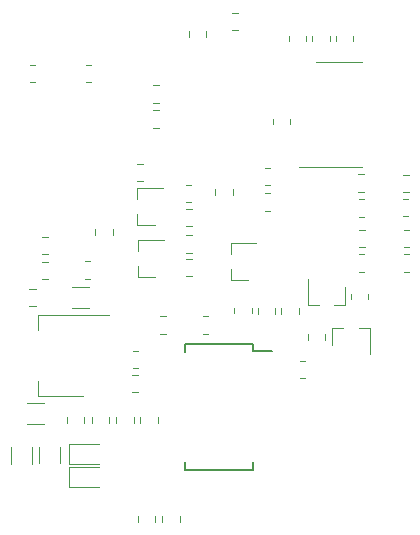
<source format=gbr>
G04 #@! TF.GenerationSoftware,KiCad,Pcbnew,(5.1.7)-1*
G04 #@! TF.CreationDate,2020-12-20T16:40:33+01:00*
G04 #@! TF.ProjectId,uart_flash_pcb,75617274-5f66-46c6-9173-685f7063622e,rev?*
G04 #@! TF.SameCoordinates,Original*
G04 #@! TF.FileFunction,Legend,Bot*
G04 #@! TF.FilePolarity,Positive*
%FSLAX46Y46*%
G04 Gerber Fmt 4.6, Leading zero omitted, Abs format (unit mm)*
G04 Created by KiCad (PCBNEW (5.1.7)-1) date 2020-12-20 16:40:33*
%MOMM*%
%LPD*%
G01*
G04 APERTURE LIST*
%ADD10C,0.120000*%
%ADD11C,0.150000*%
G04 APERTURE END LIST*
D10*
X120401252Y-73175000D02*
X119878748Y-73175000D01*
X120401252Y-71705000D02*
X119878748Y-71705000D01*
X112885000Y-83032936D02*
X112885000Y-83487064D01*
X111415000Y-83032936D02*
X111415000Y-83487064D01*
X118320000Y-71045000D02*
X114870000Y-71045000D01*
X118320000Y-71045000D02*
X120270000Y-71045000D01*
X118320000Y-62175000D02*
X116370000Y-62175000D01*
X118320000Y-62175000D02*
X120270000Y-62175000D01*
D11*
X111035000Y-86660000D02*
X112635000Y-86660000D01*
X111035000Y-96735000D02*
X105285000Y-96735000D01*
X111035000Y-86085000D02*
X105285000Y-86085000D01*
X111035000Y-96735000D02*
X111035000Y-96085000D01*
X105285000Y-96735000D02*
X105285000Y-96085000D01*
X105285000Y-86085000D02*
X105285000Y-86735000D01*
X111035000Y-86085000D02*
X111035000Y-86660000D01*
D10*
X98850000Y-83640000D02*
X92840000Y-83640000D01*
X96600000Y-90460000D02*
X92840000Y-90460000D01*
X92840000Y-83640000D02*
X92840000Y-84900000D01*
X92840000Y-90460000D02*
X92840000Y-89200000D01*
X115675000Y-85707064D02*
X115675000Y-85252936D01*
X117145000Y-85707064D02*
X117145000Y-85252936D01*
X120755000Y-81792936D02*
X120755000Y-82247064D01*
X119285000Y-81792936D02*
X119285000Y-82247064D01*
X124177064Y-75245000D02*
X123722936Y-75245000D01*
X124177064Y-73775000D02*
X123722936Y-73775000D01*
X119952936Y-73805000D02*
X120407064Y-73805000D01*
X119952936Y-75275000D02*
X120407064Y-75275000D01*
X123792936Y-78475000D02*
X124247064Y-78475000D01*
X123792936Y-79945000D02*
X124247064Y-79945000D01*
X123782936Y-76405000D02*
X124237064Y-76405000D01*
X123782936Y-77875000D02*
X124237064Y-77875000D01*
X120427064Y-79945000D02*
X119972936Y-79945000D01*
X120427064Y-78475000D02*
X119972936Y-78475000D01*
X120457064Y-77875000D02*
X120002936Y-77875000D01*
X120457064Y-76405000D02*
X120002936Y-76405000D01*
X112022936Y-73315000D02*
X112477064Y-73315000D01*
X112022936Y-74785000D02*
X112477064Y-74785000D01*
X112012936Y-71135000D02*
X112467064Y-71135000D01*
X112012936Y-72605000D02*
X112467064Y-72605000D01*
X109252936Y-58035000D02*
X109707064Y-58035000D01*
X109252936Y-59505000D02*
X109707064Y-59505000D01*
X105585000Y-60047064D02*
X105585000Y-59592936D01*
X107055000Y-60047064D02*
X107055000Y-59592936D01*
X107227064Y-85195000D02*
X106772936Y-85195000D01*
X107227064Y-83725000D02*
X106772936Y-83725000D01*
X114045000Y-60427064D02*
X114045000Y-59972936D01*
X115515000Y-60427064D02*
X115515000Y-59972936D01*
X105362936Y-78835000D02*
X105817064Y-78835000D01*
X105362936Y-80305000D02*
X105817064Y-80305000D01*
X100802936Y-88685000D02*
X101257064Y-88685000D01*
X100802936Y-90155000D02*
X101257064Y-90155000D01*
X105362936Y-76855000D02*
X105817064Y-76855000D01*
X105362936Y-78325000D02*
X105817064Y-78325000D01*
X96752936Y-79065000D02*
X97207064Y-79065000D01*
X96752936Y-80535000D02*
X97207064Y-80535000D01*
X100832936Y-86635000D02*
X101287064Y-86635000D01*
X100832936Y-88105000D02*
X101287064Y-88105000D01*
X117515000Y-59972936D02*
X117515000Y-60427064D01*
X116045000Y-59972936D02*
X116045000Y-60427064D01*
X103617064Y-85190000D02*
X103162936Y-85190000D01*
X103617064Y-83720000D02*
X103162936Y-83720000D01*
X118045000Y-60427064D02*
X118045000Y-59972936D01*
X119515000Y-60427064D02*
X119515000Y-59972936D01*
X102745000Y-100642936D02*
X102745000Y-101097064D01*
X101275000Y-100642936D02*
X101275000Y-101097064D01*
X104795000Y-100642936D02*
X104795000Y-101097064D01*
X103325000Y-100642936D02*
X103325000Y-101097064D01*
X115457064Y-88955000D02*
X115002936Y-88955000D01*
X115457064Y-87485000D02*
X115002936Y-87485000D01*
X105342936Y-72565000D02*
X105797064Y-72565000D01*
X105342936Y-74035000D02*
X105797064Y-74035000D01*
X114895000Y-83042936D02*
X114895000Y-83497064D01*
X113425000Y-83042936D02*
X113425000Y-83497064D01*
X110905000Y-83012936D02*
X110905000Y-83467064D01*
X109435000Y-83012936D02*
X109435000Y-83467064D01*
X105352936Y-74645000D02*
X105807064Y-74645000D01*
X105352936Y-76115000D02*
X105807064Y-76115000D01*
X112665000Y-67457064D02*
X112665000Y-67002936D01*
X114135000Y-67457064D02*
X114135000Y-67002936D01*
X102935000Y-92272936D02*
X102935000Y-92727064D01*
X101465000Y-92272936D02*
X101465000Y-92727064D01*
X93172936Y-79095000D02*
X93627064Y-79095000D01*
X93172936Y-80565000D02*
X93627064Y-80565000D01*
X99125000Y-76362936D02*
X99125000Y-76817064D01*
X97655000Y-76362936D02*
X97655000Y-76817064D01*
X101212936Y-70805000D02*
X101667064Y-70805000D01*
X101212936Y-72275000D02*
X101667064Y-72275000D01*
X97287064Y-63925000D02*
X96832936Y-63925000D01*
X97287064Y-62455000D02*
X96832936Y-62455000D01*
X92567064Y-63925000D02*
X92112936Y-63925000D01*
X92567064Y-62455000D02*
X92112936Y-62455000D01*
X118830000Y-82730000D02*
X118830000Y-81270000D01*
X115670000Y-82730000D02*
X115670000Y-80570000D01*
X115670000Y-82730000D02*
X116600000Y-82730000D01*
X118830000Y-82730000D02*
X117900000Y-82730000D01*
X117720000Y-84730000D02*
X117720000Y-86190000D01*
X120880000Y-84730000D02*
X120880000Y-86890000D01*
X120880000Y-84730000D02*
X119950000Y-84730000D01*
X117720000Y-84730000D02*
X118650000Y-84730000D01*
X109110000Y-80660000D02*
X110570000Y-80660000D01*
X109110000Y-77500000D02*
X111270000Y-77500000D01*
X109110000Y-77500000D02*
X109110000Y-78430000D01*
X109110000Y-80660000D02*
X109110000Y-79730000D01*
X101280000Y-80400000D02*
X102740000Y-80400000D01*
X101280000Y-77240000D02*
X103440000Y-77240000D01*
X101280000Y-77240000D02*
X101280000Y-78170000D01*
X101280000Y-80400000D02*
X101280000Y-79470000D01*
X101220000Y-76010000D02*
X102680000Y-76010000D01*
X101220000Y-72850000D02*
X103380000Y-72850000D01*
X101220000Y-72850000D02*
X101220000Y-73780000D01*
X101220000Y-76010000D02*
X101220000Y-75080000D01*
X95460000Y-98200000D02*
X98010000Y-98200000D01*
X95460000Y-96500000D02*
X98010000Y-96500000D01*
X95460000Y-98200000D02*
X95460000Y-96500000D01*
X95440000Y-96200000D02*
X97990000Y-96200000D01*
X95440000Y-94500000D02*
X97990000Y-94500000D01*
X95440000Y-96200000D02*
X95440000Y-94500000D01*
X123698748Y-71725000D02*
X124221252Y-71725000D01*
X123698748Y-73195000D02*
X124221252Y-73195000D01*
X93671252Y-78485000D02*
X93148748Y-78485000D01*
X93671252Y-77015000D02*
X93148748Y-77015000D01*
X94690000Y-94758748D02*
X94690000Y-96181252D01*
X92870000Y-94758748D02*
X92870000Y-96181252D01*
X92320000Y-94768748D02*
X92320000Y-96191252D01*
X90500000Y-94768748D02*
X90500000Y-96191252D01*
X98825000Y-92228748D02*
X98825000Y-92751252D01*
X97355000Y-92228748D02*
X97355000Y-92751252D01*
X100915000Y-92218748D02*
X100915000Y-92741252D01*
X99445000Y-92218748D02*
X99445000Y-92741252D01*
X102538748Y-66275000D02*
X103061252Y-66275000D01*
X102538748Y-67745000D02*
X103061252Y-67745000D01*
X102538748Y-64175000D02*
X103061252Y-64175000D01*
X102538748Y-65645000D02*
X103061252Y-65645000D01*
X92611252Y-82885000D02*
X92088748Y-82885000D01*
X92611252Y-81415000D02*
X92088748Y-81415000D01*
X95713748Y-81240000D02*
X97136252Y-81240000D01*
X95713748Y-83060000D02*
X97136252Y-83060000D01*
X93291252Y-92840000D02*
X91868748Y-92840000D01*
X93291252Y-91020000D02*
X91868748Y-91020000D01*
X96745000Y-92218748D02*
X96745000Y-92741252D01*
X95275000Y-92218748D02*
X95275000Y-92741252D01*
X109305000Y-72948748D02*
X109305000Y-73471252D01*
X107835000Y-72948748D02*
X107835000Y-73471252D01*
M02*

</source>
